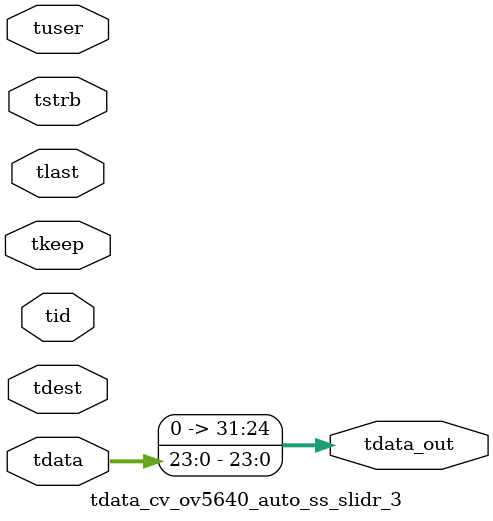
<source format=v>


`timescale 1ps/1ps

module tdata_cv_ov5640_auto_ss_slidr_3 #
(
parameter C_S_AXIS_TDATA_WIDTH = 32,
parameter C_S_AXIS_TUSER_WIDTH = 0,
parameter C_S_AXIS_TID_WIDTH   = 0,
parameter C_S_AXIS_TDEST_WIDTH = 0,
parameter C_M_AXIS_TDATA_WIDTH = 32
)
(
input  [(C_S_AXIS_TDATA_WIDTH == 0 ? 1 : C_S_AXIS_TDATA_WIDTH)-1:0     ] tdata,
input  [(C_S_AXIS_TUSER_WIDTH == 0 ? 1 : C_S_AXIS_TUSER_WIDTH)-1:0     ] tuser,
input  [(C_S_AXIS_TID_WIDTH   == 0 ? 1 : C_S_AXIS_TID_WIDTH)-1:0       ] tid,
input  [(C_S_AXIS_TDEST_WIDTH == 0 ? 1 : C_S_AXIS_TDEST_WIDTH)-1:0     ] tdest,
input  [(C_S_AXIS_TDATA_WIDTH/8)-1:0 ] tkeep,
input  [(C_S_AXIS_TDATA_WIDTH/8)-1:0 ] tstrb,
input                                                                    tlast,
output [C_M_AXIS_TDATA_WIDTH-1:0] tdata_out
);

assign tdata_out = {tdata[23:0]};

endmodule


</source>
